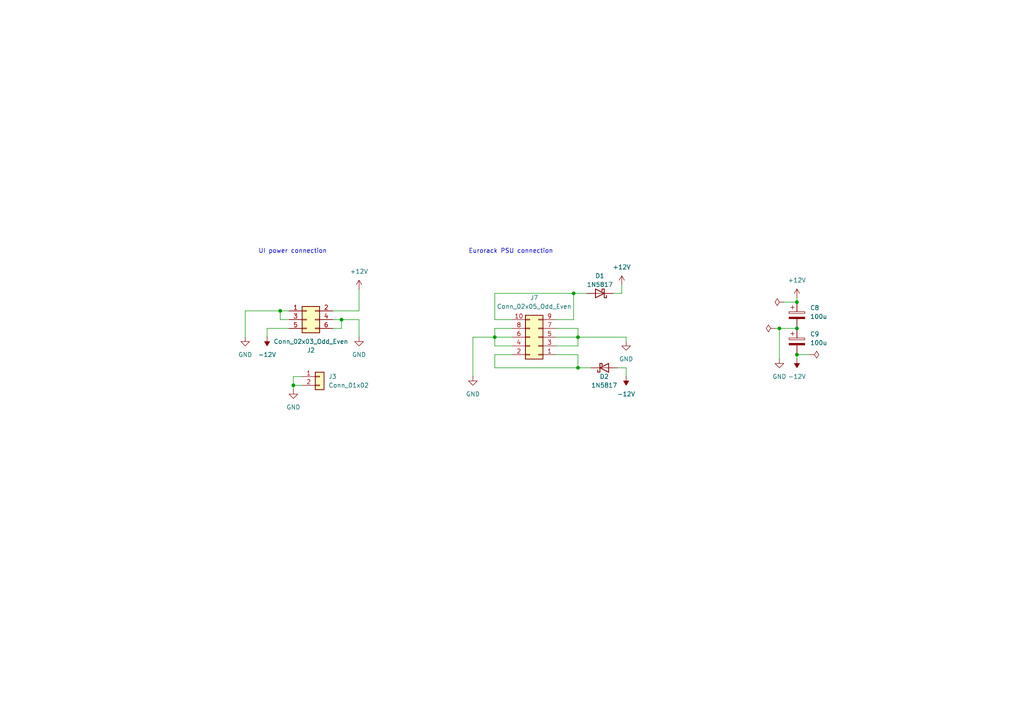
<source format=kicad_sch>
(kicad_sch (version 20250114) (generator "eeschema") (generator_version "9.0")
  (paper "A4")
  (lib_symbols
    (symbol "Connector_Generic:Conn_01x02" (pin_names (offset 1.016) (hide yes))
      (property "Reference" "J" (at 0 2.54 0))
      (property "Value" "Conn_01x02" (at 0 -5.08 0))
      (symbol "Conn_01x02_1_1"
        (rectangle (start -1.27 1.27) (end 1.27 -3.81) (stroke (width 0.254)) (fill (type background)))
        (rectangle (start -1.27 0.127) (end 0 -0.127) (stroke (width 0.1524)))
        (rectangle (start -1.27 -2.413) (end 0 -2.667) (stroke (width 0.1524)))
        (pin passive line (at -5.08 0 0) (length 3.81) (name "Pin_1") (number "1"))
        (pin passive line (at -5.08 -2.54 0) (length 3.81) (name "Pin_2") (number "2"))
      )
    )
    (symbol "Connector_Generic:Conn_02x03_Odd_Even" (pin_names (offset 1.016) (hide yes))
      (property "Reference" "J" (at 1.27 5.08 0))
      (property "Value" "Conn_02x03_Odd_Even" (at 1.27 -5.08 0))
      (symbol "Conn_02x03_Odd_Even_1_1"
        (rectangle (start -1.27 3.81) (end 3.81 -3.81) (stroke (width 0.254)) (fill (type background)))
        (rectangle (start -1.27 2.667) (end 0 2.413) (stroke (width 0.1524)))
        (rectangle (start -1.27 0.127) (end 0 -0.127) (stroke (width 0.1524)))
        (rectangle (start -1.27 -2.413) (end 0 -2.667) (stroke (width 0.1524)))
        (rectangle (start 3.81 2.667) (end 2.54 2.413) (stroke (width 0.1524)))
        (rectangle (start 3.81 0.127) (end 2.54 -0.127) (stroke (width 0.1524)))
        (rectangle (start 3.81 -2.413) (end 2.54 -2.667) (stroke (width 0.1524)))
        (pin passive line (at -5.08 2.54 0) (length 3.81) (name "Pin_1") (number "1"))
        (pin passive line (at -5.08 0 0) (length 3.81) (name "Pin_3") (number "3"))
        (pin passive line (at -5.08 -2.54 0) (length 3.81) (name "Pin_5") (number "5"))
        (pin passive line (at 7.62 2.54 180) (length 3.81) (name "Pin_2") (number "2"))
        (pin passive line (at 7.62 0 180) (length 3.81) (name "Pin_4") (number "4"))
        (pin passive line (at 7.62 -2.54 180) (length 3.81) (name "Pin_6") (number "6"))
      )
    )
    (symbol "Connector_Generic:Conn_02x05_Odd_Even" (pin_names (offset 1.016) (hide yes))
      (property "Reference" "J" (at 1.27 7.62 0))
      (property "Value" "Conn_02x05_Odd_Even" (at 1.27 -7.62 0))
      (symbol "Conn_02x05_Odd_Even_1_1"
        (rectangle (start -1.27 6.35) (end 3.81 -6.35) (stroke (width 0.254)) (fill (type background)))
        (rectangle (start -1.27 5.207) (end 0 4.953) (stroke (width 0.1524)))
        (rectangle (start -1.27 2.667) (end 0 2.413) (stroke (width 0.1524)))
        (rectangle (start -1.27 0.127) (end 0 -0.127) (stroke (width 0.1524)))
        (rectangle (start -1.27 -2.413) (end 0 -2.667) (stroke (width 0.1524)))
        (rectangle (start -1.27 -4.953) (end 0 -5.207) (stroke (width 0.1524)))
        (rectangle (start 3.81 5.207) (end 2.54 4.953) (stroke (width 0.1524)))
        (rectangle (start 3.81 2.667) (end 2.54 2.413) (stroke (width 0.1524)))
        (rectangle (start 3.81 0.127) (end 2.54 -0.127) (stroke (width 0.1524)))
        (rectangle (start 3.81 -2.413) (end 2.54 -2.667) (stroke (width 0.1524)))
        (rectangle (start 3.81 -4.953) (end 2.54 -5.207) (stroke (width 0.1524)))
        (pin passive line (at -5.08 5.08 0) (length 3.81) (name "Pin_1") (number "1"))
        (pin passive line (at -5.08 2.54 0) (length 3.81) (name "Pin_3") (number "3"))
        (pin passive line (at -5.08 0 0) (length 3.81) (name "Pin_5") (number "5"))
        (pin passive line (at -5.08 -2.54 0) (length 3.81) (name "Pin_7") (number "7"))
        (pin passive line (at -5.08 -5.08 0) (length 3.81) (name "Pin_9") (number "9"))
        (pin passive line (at 7.62 5.08 180) (length 3.81) (name "Pin_2") (number "2"))
        (pin passive line (at 7.62 2.54 180) (length 3.81) (name "Pin_4") (number "4"))
        (pin passive line (at 7.62 0 180) (length 3.81) (name "Pin_6") (number "6"))
        (pin passive line (at 7.62 -2.54 180) (length 3.81) (name "Pin_8") (number "8"))
        (pin passive line (at 7.62 -5.08 180) (length 3.81) (name "Pin_10") (number "10"))
      )
    )
    (symbol "Device:C_Polarized" (pin_numbers (hide yes)) (pin_names (offset 0.254))
      (property "Reference" "C" (at 0.635 2.54 0))
      (property "Value" "C_Polarized" (at 0.635 -2.54 0))
      (symbol "C_Polarized_0_1"
        (rectangle (start -2.286 0.508) (end 2.286 1.016))
        (polyline (pts (xy -1.778 2.286) (xy -0.762 2.286)))
        (polyline (pts (xy -1.27 2.794) (xy -1.27 1.778)))
        (rectangle (start 2.286 -0.508) (end -2.286 -1.016) (fill (type outline)))
      )
      (symbol "C_Polarized_1_1"
        (pin passive line (at 0 3.81 270) (length 2.794) (name "~") (number "1"))
        (pin passive line (at 0 -3.81 90) (length 2.794) (name "~") (number "2"))
      )
    )
    (symbol "Device:D_Schottky" (pin_numbers (hide yes)) (pin_names (offset 1.016) (hide yes))
      (property "Reference" "D" (at 0 2.54 0))
      (property "Value" "D_Schottky" (at 0 -2.54 0))
      (symbol "D_Schottky_0_1"
        (polyline (pts (xy -1.905 0.635) (xy -1.905 1.27) (xy -1.27 1.27) (xy -1.27 -1.27) (xy -0.635 -1.27) (xy -0.635 -0.635)) (stroke (width 0.254)))
        (polyline (pts (xy 1.27 1.27) (xy 1.27 -1.27) (xy -1.27 0) (xy 1.27 1.27)) (stroke (width 0.254)))
        (polyline (pts (xy 1.27 0) (xy -1.27 0)))
      )
      (symbol "D_Schottky_1_1"
        (pin passive line (at -3.81 0 0) (length 2.54) (name "K") (number "1"))
        (pin passive line (at 3.81 0 180) (length 2.54) (name "A") (number "2"))
      )
    )
    (symbol "power:+12V" (power) (pin_numbers (hide yes)) (pin_names (offset 0) (hide yes))
      (property "Value" "+12V" (at 0 3.556 0))
      (symbol "+12V_0_1"
        (polyline (pts (xy -0.762 1.27) (xy 0 2.54)))
        (polyline (pts (xy 0 2.54) (xy 0.762 1.27)))
        (polyline (pts (xy 0 0) (xy 0 2.54)))
      )
      (symbol "+12V_1_1"
        (pin power_in line (at 0 0 90) (length 0) (name "~") (number "1"))
      )
    )
    (symbol "power:-12V" (power) (pin_numbers (hide yes)) (pin_names (offset 0) (hide yes))
      (property "Value" "-12V" (at 0 3.556 0))
      (symbol "-12V_0_0"
        (pin power_in line (at 0 0 90) (length 0) (name "~") (number "1"))
      )
      (symbol "-12V_0_1"
        (polyline (pts (xy 0 0) (xy 0 1.27) (xy 0.762 1.27) (xy 0 2.54) (xy -0.762 1.27) (xy 0 1.27)) (fill (type outline)))
      )
    )
    (symbol "power:GND" (power) (pin_numbers (hide yes)) (pin_names (offset 0) (hide yes))
      (property "Value" "GND" (at 0 -3.81 0))
      (symbol "GND_0_1"
        (polyline (pts (xy 0 0) (xy 0 -1.27) (xy 1.27 -1.27) (xy 0 -2.54) (xy -1.27 -1.27) (xy 0 -1.27)))
      )
      (symbol "GND_1_1"
        (pin power_in line (at 0 0 270) (length 0) (name "~") (number "1"))
      )
    )
    (symbol "power:PWR_FLAG" (power) (pin_numbers (hide yes)) (pin_names (offset 0) (hide yes))
      (property "Value" "PWR_FLAG" (at 0 3.81 0))
      (symbol "PWR_FLAG_0_0"
        (pin power_out line (at 0 0 90) (length 0) (name "~") (number "1"))
      )
      (symbol "PWR_FLAG_0_1"
        (polyline (pts (xy 0 0) (xy 0 1.27) (xy -1.016 1.905) (xy 0 2.54) (xy 1.016 1.905) (xy 0 1.27)))
      )
    )
  )
  (text "UI power connection" (at 74.93 73.66 0) (effects (font (size 1.27 1.27)) (justify left bottom)))
  (text "Eurorack PSU connection" (at 135.89 73.66 0) (effects (font (size 1.27 1.27)) (justify left bottom)))
  (junction (at 231.14 87.63))
  (junction (at 231.14 102.87))
  (junction (at 81.28 90.17))
  (junction (at 167.64 106.68))
  (junction (at 226.06 95.25))
  (junction (at 85.09 111.76))
  (junction (at 166.37 85.09))
  (junction (at 143.51 97.79))
  (junction (at 167.64 97.79))
  (junction (at 231.14 95.25))
  (junction (at 99.06 92.71))
  (wire (pts (xy 85.09 111.76) (xy 85.09 113.03)))
  (wire (pts (xy 166.37 92.71) (xy 166.37 85.09)))
  (wire (pts (xy 167.64 100.33) (xy 167.64 97.79)))
  (wire (pts (xy 87.63 109.22) (xy 85.09 109.22)))
  (wire (pts (xy 143.51 92.71) (xy 148.59 92.71)))
  (wire (pts (xy 167.64 97.79) (xy 181.61 97.79)))
  (wire (pts (xy 231.14 86.36) (xy 231.14 87.63)))
  (wire (pts (xy 137.16 109.22) (xy 137.16 97.79)))
  (wire (pts (xy 161.29 92.71) (xy 166.37 92.71)))
  (wire (pts (xy 167.64 102.87) (xy 167.64 106.68)))
  (wire (pts (xy 177.8 85.09) (xy 180.34 85.09)))
  (wire (pts (xy 167.64 97.79) (xy 167.64 95.25)))
  (wire (pts (xy 104.14 92.71) (xy 99.06 92.71)))
  (wire (pts (xy 81.28 92.71) (xy 81.28 90.17)))
  (wire (pts (xy 96.52 95.25) (xy 99.06 95.25)))
  (wire (pts (xy 167.64 95.25) (xy 161.29 95.25)))
  (wire (pts (xy 85.09 111.76) (xy 87.63 111.76)))
  (wire (pts (xy 143.51 102.87) (xy 143.51 106.68)))
  (wire (pts (xy 143.51 100.33) (xy 148.59 100.33)))
  (wire (pts (xy 143.51 106.68) (xy 167.64 106.68)))
  (wire (pts (xy 234.95 102.87) (xy 231.14 102.87)))
  (wire (pts (xy 83.82 95.25) (xy 77.47 95.25)))
  (wire (pts (xy 71.12 90.17) (xy 81.28 90.17)))
  (wire (pts (xy 143.51 85.09) (xy 166.37 85.09)))
  (wire (pts (xy 71.12 97.79) (xy 71.12 90.17)))
  (wire (pts (xy 226.06 95.25) (xy 231.14 95.25)))
  (wire (pts (xy 227.33 87.63) (xy 231.14 87.63)))
  (wire (pts (xy 99.06 92.71) (xy 96.52 92.71)))
  (wire (pts (xy 137.16 97.79) (xy 143.51 97.79)))
  (wire (pts (xy 143.51 102.87) (xy 148.59 102.87)))
  (wire (pts (xy 143.51 95.25) (xy 148.59 95.25)))
  (wire (pts (xy 104.14 83.82) (xy 104.14 90.17)))
  (wire (pts (xy 83.82 92.71) (xy 81.28 92.71)))
  (wire (pts (xy 143.51 97.79) (xy 143.51 100.33)))
  (wire (pts (xy 170.18 85.09) (xy 166.37 85.09)))
  (wire (pts (xy 226.06 104.14) (xy 226.06 95.25)))
  (wire (pts (xy 104.14 90.17) (xy 96.52 90.17)))
  (wire (pts (xy 143.51 85.09) (xy 143.51 92.71)))
  (wire (pts (xy 99.06 95.25) (xy 99.06 92.71)))
  (wire (pts (xy 167.64 106.68) (xy 171.45 106.68)))
  (wire (pts (xy 104.14 97.79) (xy 104.14 92.71)))
  (wire (pts (xy 181.61 99.06) (xy 181.61 97.79)))
  (wire (pts (xy 161.29 102.87) (xy 167.64 102.87)))
  (wire (pts (xy 81.28 90.17) (xy 83.82 90.17)))
  (wire (pts (xy 143.51 97.79) (xy 143.51 95.25)))
  (wire (pts (xy 181.61 106.68) (xy 181.61 109.22)))
  (wire (pts (xy 77.47 97.79) (xy 77.47 95.25)))
  (wire (pts (xy 179.07 106.68) (xy 181.61 106.68)))
  (wire (pts (xy 224.79 95.25) (xy 226.06 95.25)))
  (wire (pts (xy 231.14 102.87) (xy 231.14 104.14)))
  (wire (pts (xy 180.34 82.55) (xy 180.34 85.09)))
  (wire (pts (xy 161.29 97.79) (xy 167.64 97.79)))
  (wire (pts (xy 161.29 100.33) (xy 167.64 100.33)))
  (wire (pts (xy 85.09 109.22) (xy 85.09 111.76)))
  (wire (pts (xy 143.51 97.79) (xy 148.59 97.79)))
  (symbol (lib_id "power:+12V") (at 104.14 83.82 0) (mirror y) (unit 1)
    (property "Reference" "#PWR013" (effects (hide yes)))
    (property "Value" "+12V" (at 104.14 78.74 0))
    (property "Description" "Power symbol creates a global label with name \"+12V\"" (effects (hide yes)))
  )
  (symbol (lib_id "Device:C_Polarized") (at 231.14 91.44 0) (unit 1)
    (property "Reference" "C8" (at 234.95 89.281 0) (effects (justify left)))
    (property "Value" "100u" (at 234.95 91.821 0) (effects (justify left)))
    (property "Footprint" "Capacitor_SMD:CP_Elec_6.3x7.7" (effects (hide yes)))
    (property "LCSC" "C2836437" (effects (hide yes)))
    (property "Vendor" "JLCPCB" (effects (hide yes)))
    (property "FT Rotation Offset" "180" (effects (hide yes)))
    (property "CHECKED" "YES" (effects (hide yes)))
  )
  (symbol (lib_id "power:GND") (at 137.16 109.22 0) (unit 1)
    (property "Reference" "#PWR015" (effects (hide yes)))
    (property "Value" "GND" (at 137.16 114.3 0))
    (property "Description" "Power symbol creates a global label with name \"GND\" , ground" (effects (hide yes)))
  )
  (symbol (lib_id "Device:D_Schottky") (at 175.26 106.68 0) (mirror x) (unit 1)
    (property "Reference" "D2" (at 175.26 109.22 0))
    (property "Value" "1N5817" (at 175.26 111.76 0))
    (property "Footprint" "Diode_SMD:D_SOD-323" (effects (hide yes)))
    (property "Description" "Schottky diode" (effects (hide yes)))
    (property "Vendor" "JLCPCB" (effects (hide yes)))
    (property "LCSC" "C5190152" (effects (hide yes)))
    (property "CHECKED" "YES" (effects (hide yes)))
  )
  (symbol (lib_id "power:GND") (at 181.61 99.06 0) (unit 1)
    (property "Reference" "#PWR017" (effects (hide yes)))
    (property "Value" "GND" (at 181.61 104.14 0))
    (property "Description" "Power symbol creates a global label with name \"GND\" , ground" (effects (hide yes)))
  )
  (symbol (lib_id "power:-12V") (at 77.47 97.79 0) (mirror x) (unit 1)
    (property "Reference" "#PWR011" (effects (hide yes)))
    (property "Value" "-12V" (at 77.47 102.87 0))
    (property "Description" "Power symbol creates a global label with name \"-12V\"" (effects (hide yes)))
  )
  (symbol (lib_id "power:PWR_FLAG") (at 227.33 87.63 90) (unit 1)
    (property "Reference" "#FLG02" (effects (hide yes)))
    (property "Value" "PWR_FLAG" (effects (hide yes)))
    (property "Description" "Special symbol for telling ERC where power comes from" (effects (hide yes)))
  )
  (symbol (lib_id "Connector_Generic:Conn_02x03_Odd_Even") (at 88.9 92.71 0) (unit 1)
    (property "Reference" "J2" (at 90.17 101.6 0))
    (property "Value" "Conn_02x03_Odd_Even" (at 90.17 99.06 0))
    (property "Footprint" "Connector_PinHeader_2.54mm:PinHeader_2x03_P2.54mm_Vertical" (effects (hide yes)))
    (property "Description" "Generic connector, double row, 02x03, odd/even pin numbering scheme (row 1 odd numbers, row 2 even numbers), script generated (kicad-library-utils/schlib/autogen/connector/)" (effects (hide yes)))
    (property "Vendor" "Mouser" (effects (hide yes)))
    (property "CHECKED" "YES" (effects (hide yes)))
  )
  (symbol (lib_id "power:GND") (at 226.06 104.14 0) (unit 1)
    (property "Reference" "#PWR019" (effects (hide yes)))
    (property "Value" "GND" (at 226.06 109.22 0))
    (property "Description" "Power symbol creates a global label with name \"GND\" , ground" (effects (hide yes)))
  )
  (symbol (lib_id "power:-12V") (at 181.61 109.22 180) (unit 1)
    (property "Reference" "#PWR018" (effects (hide yes)))
    (property "Value" "-12V" (at 181.61 114.3 0))
    (property "Description" "Power symbol creates a global label with name \"-12V\"" (effects (hide yes)))
  )
  (symbol (lib_id "Device:C_Polarized") (at 231.14 99.06 0) (unit 1)
    (property "Reference" "C9" (at 234.95 96.901 0) (effects (justify left)))
    (property "Value" "100u" (at 234.95 99.441 0) (effects (justify left)))
    (property "Footprint" "Capacitor_SMD:CP_Elec_6.3x7.7" (effects (hide yes)))
    (property "LCSC" "C2836437" (effects (hide yes)))
    (property "Vendor" "JLCPCB" (effects (hide yes)))
    (property "FT Rotation Offset" "180" (effects (hide yes)))
    (property "CHECKED" "YES" (effects (hide yes)))
  )
  (symbol (lib_id "power:PWR_FLAG") (at 224.79 95.25 90) (unit 1)
    (property "Reference" "#FLG01" (effects (hide yes)))
    (property "Value" "PWR_FLAG" (effects (hide yes)))
    (property "Description" "Special symbol for telling ERC where power comes from" (effects (hide yes)))
  )
  (symbol (lib_id "power:GND") (at 71.12 97.79 0) (mirror y) (unit 1)
    (property "Reference" "#PWR010" (effects (hide yes)))
    (property "Value" "GND" (at 71.12 102.87 0))
    (property "Description" "Power symbol creates a global label with name \"GND\" , ground" (effects (hide yes)))
  )
  (symbol (lib_id "Connector_Generic:Conn_02x05_Odd_Even") (at 156.21 97.79 180) (unit 1)
    (property "Reference" "J7" (at 154.94 86.36 0))
    (property "Value" "Conn_02x05_Odd_Even" (at 154.94 88.9 0))
    (property "Footprint" "Connector_IDC:IDC-Header_2x05_P2.54mm_Horizontal" (effects (hide yes)))
    (property "Description" "Generic connector, double row, 02x05, odd/even pin numbering scheme (row 1 odd numbers, row 2 even numbers), script generated (kicad-library-utils/schlib/autogen/connector/)" (effects (hide yes)))
    (property "Vendor" "Mouser" (effects (hide yes)))
    (property "CHECKED" "YES" (effects (hide yes)))
  )
  (symbol (lib_id "power:+12V") (at 231.14 86.36 0) (unit 1)
    (property "Reference" "#PWR020" (effects (hide yes)))
    (property "Value" "+12V" (at 231.14 81.28 0))
    (property "Description" "Power symbol creates a global label with name \"+12V\"" (effects (hide yes)))
  )
  (symbol (lib_id "Device:D_Schottky") (at 173.99 85.09 180) (unit 1)
    (property "Reference" "D1" (at 173.99 80.01 0))
    (property "Value" "1N5817" (at 173.99 82.55 0))
    (property "Footprint" "Diode_SMD:D_SOD-323" (effects (hide yes)))
    (property "Description" "Schottky diode" (effects (hide yes)))
    (property "Vendor" "JLCPCB" (effects (hide yes)))
    (property "LCSC" "C5190152" (effects (hide yes)))
    (property "CHECKED" "YES" (effects (hide yes)))
  )
  (symbol (lib_id "power:+12V") (at 180.34 82.55 0) (unit 1)
    (property "Reference" "#PWR016" (effects (hide yes)))
    (property "Value" "+12V" (at 180.34 77.47 0))
    (property "Description" "Power symbol creates a global label with name \"+12V\"" (effects (hide yes)))
  )
  (symbol (lib_id "Connector_Generic:Conn_01x02") (at 92.71 109.22 0) (unit 1)
    (property "Reference" "J3" (at 95.25 109.2199 0) (effects (justify left)))
    (property "Value" "Conn_01x02" (at 95.25 111.7599 0) (effects (justify left)))
    (property "Footprint" "Connector_PinHeader_2.54mm:PinHeader_1x02_P2.54mm_Vertical" (effects (hide yes)))
    (property "Description" "Generic connector, single row, 01x02, script generated (kicad-library-utils/schlib/autogen/connector/)" (effects (hide yes)))
    (property "Vendor" "Mouser" (effects (hide yes)))
    (property "CHECKED" "YES" (effects (hide yes)))
  )
  (symbol (lib_id "power:GND") (at 85.09 113.03 0) (unit 1)
    (property "Reference" "#PWR012" (effects (hide yes)))
    (property "Value" "GND" (at 85.09 118.11 0))
    (property "Description" "Power symbol creates a global label with name \"GND\" , ground" (effects (hide yes)))
  )
  (symbol (lib_id "power:-12V") (at 231.14 104.14 180) (unit 1)
    (property "Reference" "#PWR021" (effects (hide yes)))
    (property "Value" "-12V" (at 231.14 109.22 0))
    (property "Description" "Power symbol creates a global label with name \"-12V\"" (effects (hide yes)))
  )
  (symbol (lib_id "power:PWR_FLAG") (at 234.95 102.87 270) (unit 1)
    (property "Reference" "#FLG03" (effects (hide yes)))
    (property "Value" "PWR_FLAG" (effects (hide yes)))
    (property "Description" "Special symbol for telling ERC where power comes from" (effects (hide yes)))
  )
  (symbol (lib_id "power:GND") (at 104.14 97.79 0) (mirror y) (unit 1)
    (property "Reference" "#PWR014" (effects (hide yes)))
    (property "Value" "GND" (at 104.14 102.87 0))
    (property "Description" "Power symbol creates a global label with name \"GND\" , ground" (effects (hide yes)))
  )
)
</source>
